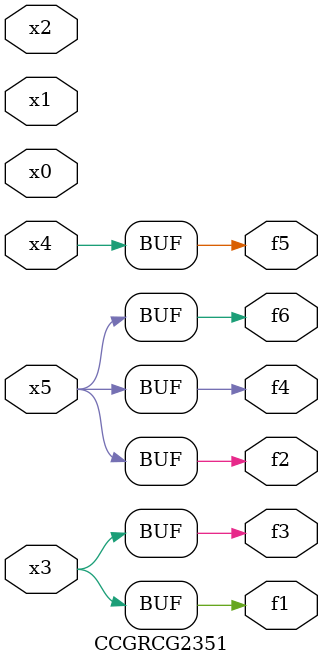
<source format=v>
module CCGRCG2351(
	input x0, x1, x2, x3, x4, x5,
	output f1, f2, f3, f4, f5, f6
);
	assign f1 = x3;
	assign f2 = x5;
	assign f3 = x3;
	assign f4 = x5;
	assign f5 = x4;
	assign f6 = x5;
endmodule

</source>
